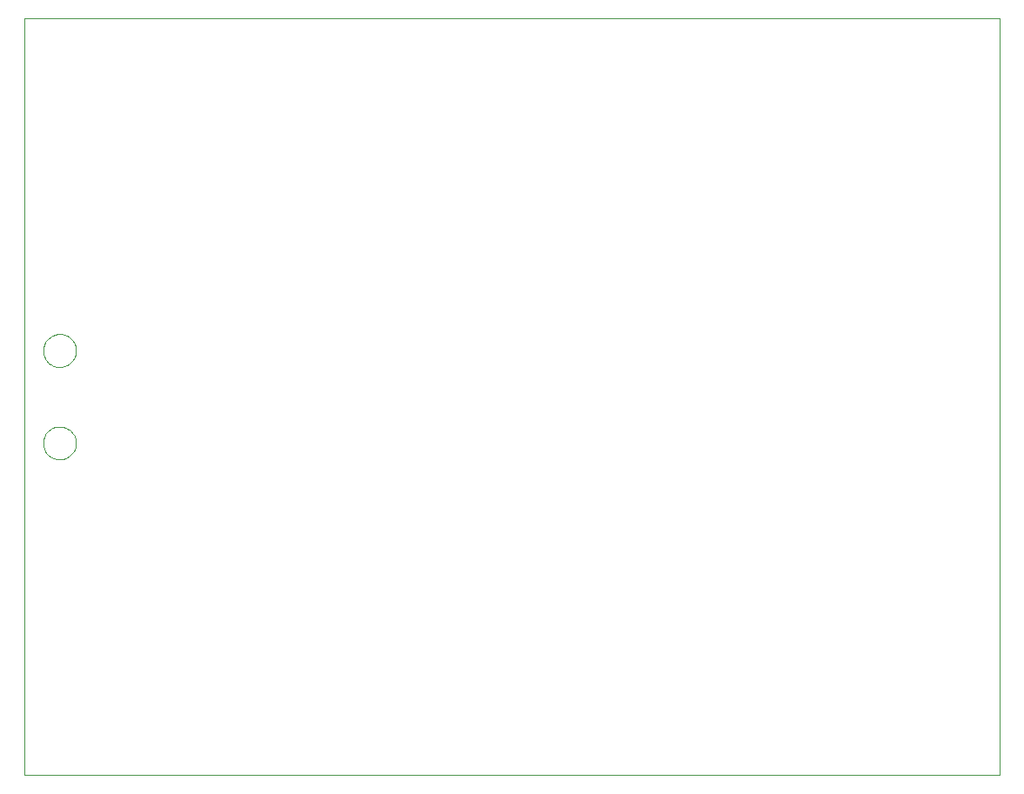
<source format=gbo>
G75*
%MOIN*%
%OFA0B0*%
%FSLAX24Y24*%
%IPPOS*%
%LPD*%
%AMOC8*
5,1,8,0,0,1.08239X$1,22.5*
%
%ADD10C,0.0000*%
D10*
X002583Y001150D02*
X002583Y030146D01*
X039953Y030146D01*
X039953Y001150D01*
X002583Y001150D01*
X003300Y013878D02*
X003302Y013928D01*
X003308Y013978D01*
X003318Y014027D01*
X003332Y014075D01*
X003349Y014122D01*
X003370Y014167D01*
X003395Y014211D01*
X003423Y014252D01*
X003455Y014291D01*
X003489Y014328D01*
X003526Y014362D01*
X003566Y014392D01*
X003608Y014419D01*
X003652Y014443D01*
X003698Y014464D01*
X003745Y014480D01*
X003793Y014493D01*
X003843Y014502D01*
X003892Y014507D01*
X003943Y014508D01*
X003993Y014505D01*
X004042Y014498D01*
X004091Y014487D01*
X004139Y014472D01*
X004185Y014454D01*
X004230Y014432D01*
X004273Y014406D01*
X004314Y014377D01*
X004353Y014345D01*
X004389Y014310D01*
X004421Y014272D01*
X004451Y014232D01*
X004478Y014189D01*
X004501Y014145D01*
X004520Y014099D01*
X004536Y014051D01*
X004548Y014002D01*
X004556Y013953D01*
X004560Y013903D01*
X004560Y013853D01*
X004556Y013803D01*
X004548Y013754D01*
X004536Y013705D01*
X004520Y013657D01*
X004501Y013611D01*
X004478Y013567D01*
X004451Y013524D01*
X004421Y013484D01*
X004389Y013446D01*
X004353Y013411D01*
X004314Y013379D01*
X004273Y013350D01*
X004230Y013324D01*
X004185Y013302D01*
X004139Y013284D01*
X004091Y013269D01*
X004042Y013258D01*
X003993Y013251D01*
X003943Y013248D01*
X003892Y013249D01*
X003843Y013254D01*
X003793Y013263D01*
X003745Y013276D01*
X003698Y013292D01*
X003652Y013313D01*
X003608Y013337D01*
X003566Y013364D01*
X003526Y013394D01*
X003489Y013428D01*
X003455Y013465D01*
X003423Y013504D01*
X003395Y013545D01*
X003370Y013589D01*
X003349Y013634D01*
X003332Y013681D01*
X003318Y013729D01*
X003308Y013778D01*
X003302Y013828D01*
X003300Y013878D01*
X003300Y017422D02*
X003302Y017472D01*
X003308Y017522D01*
X003318Y017571D01*
X003332Y017619D01*
X003349Y017666D01*
X003370Y017711D01*
X003395Y017755D01*
X003423Y017796D01*
X003455Y017835D01*
X003489Y017872D01*
X003526Y017906D01*
X003566Y017936D01*
X003608Y017963D01*
X003652Y017987D01*
X003698Y018008D01*
X003745Y018024D01*
X003793Y018037D01*
X003843Y018046D01*
X003892Y018051D01*
X003943Y018052D01*
X003993Y018049D01*
X004042Y018042D01*
X004091Y018031D01*
X004139Y018016D01*
X004185Y017998D01*
X004230Y017976D01*
X004273Y017950D01*
X004314Y017921D01*
X004353Y017889D01*
X004389Y017854D01*
X004421Y017816D01*
X004451Y017776D01*
X004478Y017733D01*
X004501Y017689D01*
X004520Y017643D01*
X004536Y017595D01*
X004548Y017546D01*
X004556Y017497D01*
X004560Y017447D01*
X004560Y017397D01*
X004556Y017347D01*
X004548Y017298D01*
X004536Y017249D01*
X004520Y017201D01*
X004501Y017155D01*
X004478Y017111D01*
X004451Y017068D01*
X004421Y017028D01*
X004389Y016990D01*
X004353Y016955D01*
X004314Y016923D01*
X004273Y016894D01*
X004230Y016868D01*
X004185Y016846D01*
X004139Y016828D01*
X004091Y016813D01*
X004042Y016802D01*
X003993Y016795D01*
X003943Y016792D01*
X003892Y016793D01*
X003843Y016798D01*
X003793Y016807D01*
X003745Y016820D01*
X003698Y016836D01*
X003652Y016857D01*
X003608Y016881D01*
X003566Y016908D01*
X003526Y016938D01*
X003489Y016972D01*
X003455Y017009D01*
X003423Y017048D01*
X003395Y017089D01*
X003370Y017133D01*
X003349Y017178D01*
X003332Y017225D01*
X003318Y017273D01*
X003308Y017322D01*
X003302Y017372D01*
X003300Y017422D01*
M02*

</source>
